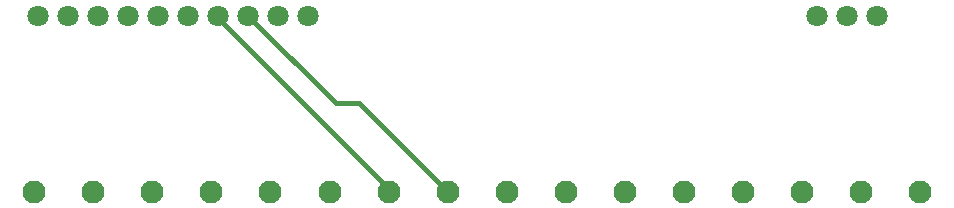
<source format=gbl>
G04*
G04 #@! TF.GenerationSoftware,Altium Limited,Altium Designer,24.4.1 (13)*
G04*
G04 Layer_Physical_Order=2*
G04 Layer_Color=16711680*
%FSLAX25Y25*%
%MOIN*%
G70*
G04*
G04 #@! TF.SameCoordinates,DC8B15D0-1A9E-40AA-8D40-3FFBE4892BC6*
G04*
G04*
G04 #@! TF.FilePolarity,Positive*
G04*
G01*
G75*
%ADD14C,0.01500*%
%ADD15C,0.07677*%
%ADD16C,0.07087*%
D14*
X233211Y159702D02*
X262598Y130315D01*
X195984Y188976D02*
X225258Y159702D01*
X233211D01*
X185984Y188110D02*
X242913Y131181D01*
Y130315D02*
Y131181D01*
X185984Y188110D02*
Y188976D01*
D15*
X124803Y130315D02*
D03*
X144488D02*
D03*
X164173D02*
D03*
X183858D02*
D03*
X203543D02*
D03*
X223228D02*
D03*
X242913D02*
D03*
X262598D02*
D03*
X282283D02*
D03*
X301969D02*
D03*
X321654D02*
D03*
X341339D02*
D03*
X361024D02*
D03*
X380709D02*
D03*
X400394D02*
D03*
X420079D02*
D03*
D16*
X395669Y188976D02*
D03*
X405669D02*
D03*
X205984D02*
D03*
X195984D02*
D03*
X185984D02*
D03*
X175984D02*
D03*
X165984D02*
D03*
X155984D02*
D03*
X145984D02*
D03*
X135984D02*
D03*
X125984D02*
D03*
X215984D02*
D03*
X385669D02*
D03*
M02*

</source>
